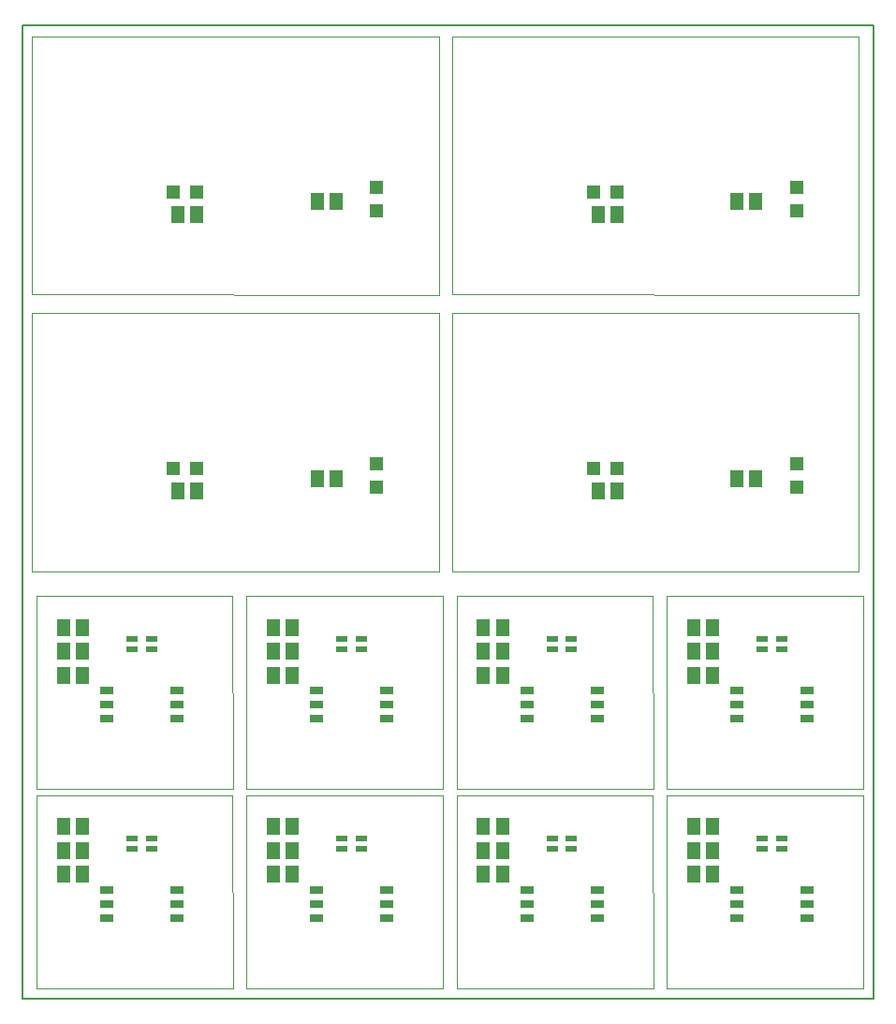
<source format=gtp>
G04 EAGLE Gerber X2 export*
%TF.Part,Single*%
%TF.FileFunction,Other,Solder paste top*%
%TF.FilePolarity,Positive*%
%TF.GenerationSoftware,Autodesk,EAGLE,9.1.1*%
%TF.CreationDate,2018-08-10T14:22:37Z*%
G75*
%MOMM*%
%FSLAX34Y34*%
%LPD*%
%AMOC8*
5,1,8,0,0,1.08239X$1,22.5*%
G01*
%ADD10C,0.152400*%
%ADD11C,0.000000*%
%ADD12R,1.300000X1.500000*%
%ADD13R,1.200000X1.200000*%
%ADD14R,1.125000X0.600000*%
%ADD15R,1.270000X0.635000*%


D10*
X0Y100000D02*
X0Y980000D01*
X770000Y980000D01*
X770000Y100000D01*
X0Y100000D01*
D11*
X8908Y736480D02*
X376700Y736226D01*
X376700Y969654D01*
X8908Y969400D01*
X8908Y736480D01*
X388908Y736480D02*
X756700Y736226D01*
X756700Y969654D01*
X388908Y969400D01*
X388908Y736480D01*
X190700Y109500D02*
X12700Y109500D01*
X190700Y109500D02*
X190300Y284000D01*
X12700Y284000D01*
X12700Y109500D01*
X202700Y109500D02*
X380700Y109500D01*
X380300Y284000D01*
X202700Y284000D01*
X202700Y109500D01*
X392700Y109500D02*
X570700Y109500D01*
X570300Y284000D01*
X392700Y284000D01*
X392700Y109500D01*
X582700Y109500D02*
X760700Y109500D01*
X760300Y284000D01*
X582700Y284000D01*
X582700Y109500D01*
X190700Y289500D02*
X12700Y289500D01*
X190700Y289500D02*
X190300Y464000D01*
X12700Y464000D01*
X12700Y289500D01*
X202700Y289500D02*
X380700Y289500D01*
X380300Y464000D01*
X202700Y464000D01*
X202700Y289500D01*
X392700Y289500D02*
X570700Y289500D01*
X570300Y464000D01*
X392700Y464000D01*
X392700Y289500D01*
X582700Y289500D02*
X760700Y289500D01*
X760300Y464000D01*
X582700Y464000D01*
X582700Y289500D01*
X376700Y486226D02*
X8908Y486480D01*
X376700Y486226D02*
X376700Y719654D01*
X8908Y719400D01*
X8908Y486480D01*
X388908Y486480D02*
X756700Y486226D01*
X756700Y719654D01*
X388908Y719400D01*
X388908Y486480D01*
D12*
X140616Y808616D03*
X157616Y808616D03*
D13*
X157584Y829444D03*
X136584Y829444D03*
D12*
X266600Y820300D03*
X283600Y820300D03*
D13*
X320058Y812086D03*
X320058Y833086D03*
D12*
X520616Y808616D03*
X537616Y808616D03*
D13*
X537584Y829444D03*
X516584Y829444D03*
D12*
X646600Y820300D03*
X663600Y820300D03*
D13*
X700058Y812086D03*
X700058Y833086D03*
D14*
X116825Y245060D03*
X116825Y235560D03*
X99075Y235560D03*
X99075Y245060D03*
D12*
X37220Y233960D03*
X54220Y233960D03*
X37220Y212370D03*
X54220Y212370D03*
X37220Y255550D03*
X54220Y255550D03*
D15*
X76200Y198400D03*
X76200Y185700D03*
X76200Y173000D03*
X139700Y173000D03*
X139700Y185700D03*
X139700Y198400D03*
D14*
X306825Y245060D03*
X306825Y235560D03*
X289075Y235560D03*
X289075Y245060D03*
D12*
X227220Y233960D03*
X244220Y233960D03*
X227220Y212370D03*
X244220Y212370D03*
X227220Y255550D03*
X244220Y255550D03*
D15*
X266200Y198400D03*
X266200Y185700D03*
X266200Y173000D03*
X329700Y173000D03*
X329700Y185700D03*
X329700Y198400D03*
D14*
X496825Y245060D03*
X496825Y235560D03*
X479075Y235560D03*
X479075Y245060D03*
D12*
X417220Y233960D03*
X434220Y233960D03*
X417220Y212370D03*
X434220Y212370D03*
X417220Y255550D03*
X434220Y255550D03*
D15*
X456200Y198400D03*
X456200Y185700D03*
X456200Y173000D03*
X519700Y173000D03*
X519700Y185700D03*
X519700Y198400D03*
D14*
X686825Y245060D03*
X686825Y235560D03*
X669075Y235560D03*
X669075Y245060D03*
D12*
X607220Y233960D03*
X624220Y233960D03*
X607220Y212370D03*
X624220Y212370D03*
X607220Y255550D03*
X624220Y255550D03*
D15*
X646200Y198400D03*
X646200Y185700D03*
X646200Y173000D03*
X709700Y173000D03*
X709700Y185700D03*
X709700Y198400D03*
D14*
X116825Y425060D03*
X116825Y415560D03*
X99075Y415560D03*
X99075Y425060D03*
D12*
X37220Y413960D03*
X54220Y413960D03*
X37220Y392370D03*
X54220Y392370D03*
X37220Y435550D03*
X54220Y435550D03*
D15*
X76200Y378400D03*
X76200Y365700D03*
X76200Y353000D03*
X139700Y353000D03*
X139700Y365700D03*
X139700Y378400D03*
D14*
X306825Y425060D03*
X306825Y415560D03*
X289075Y415560D03*
X289075Y425060D03*
D12*
X227220Y413960D03*
X244220Y413960D03*
X227220Y392370D03*
X244220Y392370D03*
X227220Y435550D03*
X244220Y435550D03*
D15*
X266200Y378400D03*
X266200Y365700D03*
X266200Y353000D03*
X329700Y353000D03*
X329700Y365700D03*
X329700Y378400D03*
D14*
X496825Y425060D03*
X496825Y415560D03*
X479075Y415560D03*
X479075Y425060D03*
D12*
X417220Y413960D03*
X434220Y413960D03*
X417220Y392370D03*
X434220Y392370D03*
X417220Y435550D03*
X434220Y435550D03*
D15*
X456200Y378400D03*
X456200Y365700D03*
X456200Y353000D03*
X519700Y353000D03*
X519700Y365700D03*
X519700Y378400D03*
D14*
X686825Y425060D03*
X686825Y415560D03*
X669075Y415560D03*
X669075Y425060D03*
D12*
X607220Y413960D03*
X624220Y413960D03*
X607220Y392370D03*
X624220Y392370D03*
X607220Y435550D03*
X624220Y435550D03*
D15*
X646200Y378400D03*
X646200Y365700D03*
X646200Y353000D03*
X709700Y353000D03*
X709700Y365700D03*
X709700Y378400D03*
D12*
X140616Y558616D03*
X157616Y558616D03*
D13*
X157584Y579444D03*
X136584Y579444D03*
D12*
X266600Y570300D03*
X283600Y570300D03*
D13*
X320058Y562086D03*
X320058Y583086D03*
D12*
X520616Y558616D03*
X537616Y558616D03*
D13*
X537584Y579444D03*
X516584Y579444D03*
D12*
X646600Y570300D03*
X663600Y570300D03*
D13*
X700058Y562086D03*
X700058Y583086D03*
M02*

</source>
